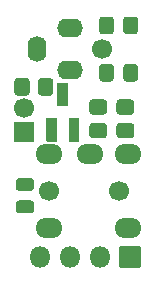
<source format=gbr>
%TF.GenerationSoftware,KiCad,Pcbnew,5.1.10*%
%TF.CreationDate,2021-05-14T23:01:05+02:00*%
%TF.ProjectId,kenwood-trrs,6b656e77-6f6f-4642-9d74-7272732e6b69,rev?*%
%TF.SameCoordinates,Original*%
%TF.FileFunction,Soldermask,Top*%
%TF.FilePolarity,Negative*%
%FSLAX46Y46*%
G04 Gerber Fmt 4.6, Leading zero omitted, Abs format (unit mm)*
G04 Created by KiCad (PCBNEW 5.1.10) date 2021-05-14 23:01:05*
%MOMM*%
%LPD*%
G01*
G04 APERTURE LIST*
%ADD10C,1.700000*%
%ADD11O,2.300000X1.700000*%
%ADD12O,1.800000X1.800000*%
%ADD13O,2.200000X1.600000*%
%ADD14O,1.600000X2.200000*%
G04 APERTURE END LIST*
%TO.C,Q1*%
G36*
G01*
X152700000Y-81650000D02*
X151900000Y-81650000D01*
G75*
G02*
X151850000Y-81600000I0J50000D01*
G01*
X151850000Y-79700000D01*
G75*
G02*
X151900000Y-79650000I50000J0D01*
G01*
X152700000Y-79650000D01*
G75*
G02*
X152750000Y-79700000I0J-50000D01*
G01*
X152750000Y-81600000D01*
G75*
G02*
X152700000Y-81650000I-50000J0D01*
G01*
G37*
G36*
G01*
X153650000Y-84650000D02*
X152850000Y-84650000D01*
G75*
G02*
X152800000Y-84600000I0J50000D01*
G01*
X152800000Y-82700000D01*
G75*
G02*
X152850000Y-82650000I50000J0D01*
G01*
X153650000Y-82650000D01*
G75*
G02*
X153700000Y-82700000I0J-50000D01*
G01*
X153700000Y-84600000D01*
G75*
G02*
X153650000Y-84650000I-50000J0D01*
G01*
G37*
G36*
G01*
X151750000Y-84650000D02*
X150950000Y-84650000D01*
G75*
G02*
X150900000Y-84600000I0J50000D01*
G01*
X150900000Y-82700000D01*
G75*
G02*
X150950000Y-82650000I50000J0D01*
G01*
X151750000Y-82650000D01*
G75*
G02*
X151800000Y-82700000I0J-50000D01*
G01*
X151800000Y-84600000D01*
G75*
G02*
X151750000Y-84650000I-50000J0D01*
G01*
G37*
%TD*%
%TO.C,R5*%
G36*
G01*
X158079168Y-82358000D02*
X157120832Y-82358000D01*
G75*
G02*
X156850000Y-82087168I0J270832D01*
G01*
X156850000Y-81328832D01*
G75*
G02*
X157120832Y-81058000I270832J0D01*
G01*
X158079168Y-81058000D01*
G75*
G02*
X158350000Y-81328832I0J-270832D01*
G01*
X158350000Y-82087168D01*
G75*
G02*
X158079168Y-82358000I-270832J0D01*
G01*
G37*
G36*
G01*
X158079168Y-84358000D02*
X157120832Y-84358000D01*
G75*
G02*
X156850000Y-84087168I0J270832D01*
G01*
X156850000Y-83328832D01*
G75*
G02*
X157120832Y-83058000I270832J0D01*
G01*
X158079168Y-83058000D01*
G75*
G02*
X158350000Y-83328832I0J-270832D01*
G01*
X158350000Y-84087168D01*
G75*
G02*
X158079168Y-84358000I-270832J0D01*
G01*
G37*
%TD*%
%TO.C,R4*%
G36*
G01*
X155779168Y-82358000D02*
X154820832Y-82358000D01*
G75*
G02*
X154550000Y-82087168I0J270832D01*
G01*
X154550000Y-81328832D01*
G75*
G02*
X154820832Y-81058000I270832J0D01*
G01*
X155779168Y-81058000D01*
G75*
G02*
X156050000Y-81328832I0J-270832D01*
G01*
X156050000Y-82087168D01*
G75*
G02*
X155779168Y-82358000I-270832J0D01*
G01*
G37*
G36*
G01*
X155779168Y-84358000D02*
X154820832Y-84358000D01*
G75*
G02*
X154550000Y-84087168I0J270832D01*
G01*
X154550000Y-83328832D01*
G75*
G02*
X154820832Y-83058000I270832J0D01*
G01*
X155779168Y-83058000D01*
G75*
G02*
X156050000Y-83328832I0J-270832D01*
G01*
X156050000Y-84087168D01*
G75*
G02*
X155779168Y-84358000I-270832J0D01*
G01*
G37*
%TD*%
%TO.C,R1*%
G36*
G01*
X149500000Y-79520832D02*
X149500000Y-80479168D01*
G75*
G02*
X149229168Y-80750000I-270832J0D01*
G01*
X148470832Y-80750000D01*
G75*
G02*
X148200000Y-80479168I0J270832D01*
G01*
X148200000Y-79520832D01*
G75*
G02*
X148470832Y-79250000I270832J0D01*
G01*
X149229168Y-79250000D01*
G75*
G02*
X149500000Y-79520832I0J-270832D01*
G01*
G37*
G36*
G01*
X151500000Y-79520832D02*
X151500000Y-80479168D01*
G75*
G02*
X151229168Y-80750000I-270832J0D01*
G01*
X150470832Y-80750000D01*
G75*
G02*
X150200000Y-80479168I0J270832D01*
G01*
X150200000Y-79520832D01*
G75*
G02*
X150470832Y-79250000I270832J0D01*
G01*
X151229168Y-79250000D01*
G75*
G02*
X151500000Y-79520832I0J-270832D01*
G01*
G37*
%TD*%
%TO.C,C2*%
G36*
G01*
X148598000Y-89620000D02*
X149598000Y-89620000D01*
G75*
G02*
X149873000Y-89895000I0J-275000D01*
G01*
X149873000Y-90445000D01*
G75*
G02*
X149598000Y-90720000I-275000J0D01*
G01*
X148598000Y-90720000D01*
G75*
G02*
X148323000Y-90445000I0J275000D01*
G01*
X148323000Y-89895000D01*
G75*
G02*
X148598000Y-89620000I275000J0D01*
G01*
G37*
G36*
G01*
X148598000Y-87720000D02*
X149598000Y-87720000D01*
G75*
G02*
X149873000Y-87995000I0J-275000D01*
G01*
X149873000Y-88545000D01*
G75*
G02*
X149598000Y-88820000I-275000J0D01*
G01*
X148598000Y-88820000D01*
G75*
G02*
X148323000Y-88545000I0J275000D01*
G01*
X148323000Y-87995000D01*
G75*
G02*
X148598000Y-87720000I275000J0D01*
G01*
G37*
%TD*%
D10*
%TO.C,C1*%
X149000000Y-81820000D03*
G36*
G01*
X149800000Y-84670000D02*
X148200000Y-84670000D01*
G75*
G02*
X148150000Y-84620000I0J50000D01*
G01*
X148150000Y-83020000D01*
G75*
G02*
X148200000Y-82970000I50000J0D01*
G01*
X149800000Y-82970000D01*
G75*
G02*
X149850000Y-83020000I0J-50000D01*
G01*
X149850000Y-84620000D01*
G75*
G02*
X149800000Y-84670000I-50000J0D01*
G01*
G37*
%TD*%
%TO.C,J3*%
X157100000Y-88800000D03*
X151100000Y-88800000D03*
D11*
X157800000Y-85650000D03*
X157800000Y-91950000D03*
X154600000Y-85650000D03*
X151100000Y-85650000D03*
X151100000Y-91950000D03*
%TD*%
D12*
%TO.C,J1*%
X150380000Y-94400000D03*
X152920000Y-94400000D03*
X155460000Y-94400000D03*
G36*
G01*
X157150000Y-93500000D02*
X158850000Y-93500000D01*
G75*
G02*
X158900000Y-93550000I0J-50000D01*
G01*
X158900000Y-95250000D01*
G75*
G02*
X158850000Y-95300000I-50000J0D01*
G01*
X157150000Y-95300000D01*
G75*
G02*
X157100000Y-95250000I0J50000D01*
G01*
X157100000Y-93550000D01*
G75*
G02*
X157150000Y-93500000I50000J0D01*
G01*
G37*
%TD*%
D13*
%TO.C,J2*%
X152900000Y-75050000D03*
D14*
X150150000Y-76800000D03*
D13*
X152900000Y-78550000D03*
D10*
X155600000Y-76800000D03*
%TD*%
%TO.C,R3*%
G36*
G01*
X156625000Y-78321738D02*
X156625000Y-79278262D01*
G75*
G02*
X156353262Y-79550000I-271738J0D01*
G01*
X155646738Y-79550000D01*
G75*
G02*
X155375000Y-79278262I0J271738D01*
G01*
X155375000Y-78321738D01*
G75*
G02*
X155646738Y-78050000I271738J0D01*
G01*
X156353262Y-78050000D01*
G75*
G02*
X156625000Y-78321738I0J-271738D01*
G01*
G37*
G36*
G01*
X158675000Y-78321738D02*
X158675000Y-79278262D01*
G75*
G02*
X158403262Y-79550000I-271738J0D01*
G01*
X157696738Y-79550000D01*
G75*
G02*
X157425000Y-79278262I0J271738D01*
G01*
X157425000Y-78321738D01*
G75*
G02*
X157696738Y-78050000I271738J0D01*
G01*
X158403262Y-78050000D01*
G75*
G02*
X158675000Y-78321738I0J-271738D01*
G01*
G37*
%TD*%
%TO.C,R2*%
G36*
G01*
X156625000Y-74321738D02*
X156625000Y-75278262D01*
G75*
G02*
X156353262Y-75550000I-271738J0D01*
G01*
X155646738Y-75550000D01*
G75*
G02*
X155375000Y-75278262I0J271738D01*
G01*
X155375000Y-74321738D01*
G75*
G02*
X155646738Y-74050000I271738J0D01*
G01*
X156353262Y-74050000D01*
G75*
G02*
X156625000Y-74321738I0J-271738D01*
G01*
G37*
G36*
G01*
X158675000Y-74321738D02*
X158675000Y-75278262D01*
G75*
G02*
X158403262Y-75550000I-271738J0D01*
G01*
X157696738Y-75550000D01*
G75*
G02*
X157425000Y-75278262I0J271738D01*
G01*
X157425000Y-74321738D01*
G75*
G02*
X157696738Y-74050000I271738J0D01*
G01*
X158403262Y-74050000D01*
G75*
G02*
X158675000Y-74321738I0J-271738D01*
G01*
G37*
%TD*%
M02*

</source>
